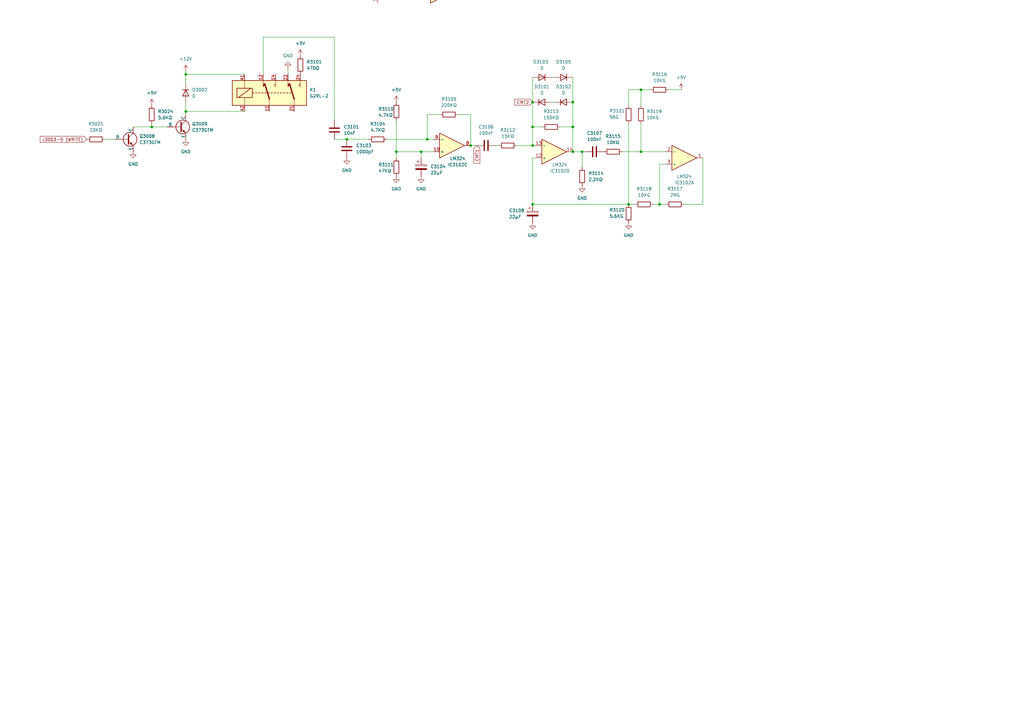
<source format=kicad_sch>
(kicad_sch (version 20250114) (generator "eeschema") (generator_version "9.0")
  (paper "A3")
  (title_block (date "14/FEB/2026") (rev "A") (company "Brett Hallen") (comment 4 "Redrawn from Service Manual"))
  (lib_symbols
    (symbol "Amplifier_Operational:LM324" (pin_names (offset 0.127))
      (property "Reference" "U" (at 0 5.08 0))
      (property "Value" "LM324" (at 0 -5.08 0))
      (symbol "LM324_1_1"
        (polyline (pts (xy -5.08 5.08) (xy 5.08 0) (xy -5.08 -5.08) (xy -5.08 5.08)) (stroke (width 0.254)) (fill (type background)))
        (pin input line (at -7.62 2.54 0) (length 2.54) (name "+") (number "3"))
        (pin input line (at -7.62 -2.54 0) (length 2.54) (name "-") (number "2"))
        (pin output line (at 7.62 0 180) (length 2.54) (name "~") (number "1"))
      )
      (symbol "LM324_2_1"
        (polyline (pts (xy -5.08 5.08) (xy 5.08 0) (xy -5.08 -5.08) (xy -5.08 5.08)) (stroke (width 0.254)) (fill (type background)))
        (pin input line (at -7.62 2.54 0) (length 2.54) (name "+") (number "5"))
        (pin input line (at -7.62 -2.54 0) (length 2.54) (name "-") (number "6"))
        (pin output line (at 7.62 0 180) (length 2.54) (name "~") (number "7"))
      )
      (symbol "LM324_3_1"
        (polyline (pts (xy -5.08 5.08) (xy 5.08 0) (xy -5.08 -5.08) (xy -5.08 5.08)) (stroke (width 0.254)) (fill (type background)))
        (pin input line (at -7.62 2.54 0) (length 2.54) (name "+") (number "10"))
        (pin input line (at -7.62 -2.54 0) (length 2.54) (name "-") (number "9"))
        (pin output line (at 7.62 0 180) (length 2.54) (name "~") (number "8"))
      )
      (symbol "LM324_4_1"
        (polyline (pts (xy -5.08 5.08) (xy 5.08 0) (xy -5.08 -5.08) (xy -5.08 5.08)) (stroke (width 0.254)) (fill (type background)))
        (pin input line (at -7.62 2.54 0) (length 2.54) (name "+") (number "12"))
        (pin input line (at -7.62 -2.54 0) (length 2.54) (name "-") (number "13"))
        (pin output line (at 7.62 0 180) (length 2.54) (name "~") (number "14"))
      )
      (symbol "LM324_5_1"
        (pin power_in line (at -2.54 7.62 270) (length 3.81) (name "V+") (number "4"))
        (pin power_in line (at -2.54 -7.62 90) (length 3.81) (name "V-") (number "11"))
      )
    )
    (symbol "Device:C" (pin_numbers (hide yes)) (pin_names (offset 0.254))
      (property "Reference" "C" (at 0.635 2.54 0))
      (property "Value" "C" (at 0.635 -2.54 0))
      (symbol "C_0_1"
        (polyline (pts (xy -2.032 0.762) (xy 2.032 0.762)) (stroke (width 0.508)))
        (polyline (pts (xy -2.032 -0.762) (xy 2.032 -0.762)) (stroke (width 0.508)))
      )
      (symbol "C_1_1"
        (pin passive line (at 0 3.81 270) (length 2.794) (name "~") (number "1"))
        (pin passive line (at 0 -3.81 90) (length 2.794) (name "~") (number "2"))
      )
    )
    (symbol "Device:C_Polarized" (pin_numbers (hide yes)) (pin_names (offset 0.254))
      (property "Reference" "C" (at 0.635 2.54 0))
      (property "Value" "C_Polarized" (at 0.635 -2.54 0))
      (symbol "C_Polarized_0_1"
        (rectangle (start -2.286 0.508) (end 2.286 1.016))
        (polyline (pts (xy -1.778 2.286) (xy -0.762 2.286)))
        (polyline (pts (xy -1.27 2.794) (xy -1.27 1.778)))
        (rectangle (start 2.286 -0.508) (end -2.286 -1.016) (fill (type outline)))
      )
      (symbol "C_Polarized_1_1"
        (pin passive line (at 0 3.81 270) (length 2.794) (name "~") (number "1"))
        (pin passive line (at 0 -3.81 90) (length 2.794) (name "~") (number "2"))
      )
    )
    (symbol "Device:D" (pin_numbers (hide yes)) (pin_names (offset 1.016) (hide yes))
      (property "Reference" "D" (at 0 2.54 0))
      (property "Value" "D" (at 0 -2.54 0))
      (symbol "D_0_1"
        (polyline (pts (xy -1.27 1.27) (xy -1.27 -1.27)) (stroke (width 0.254)))
        (polyline (pts (xy 1.27 1.27) (xy 1.27 -1.27) (xy -1.27 0) (xy 1.27 1.27)) (stroke (width 0.254)))
        (polyline (pts (xy 1.27 0) (xy -1.27 0)))
      )
      (symbol "D_1_1"
        (pin passive line (at -3.81 0 0) (length 2.54) (name "K") (number "1"))
        (pin passive line (at 3.81 0 180) (length 2.54) (name "A") (number "2"))
      )
    )
    (symbol "Device:R" (pin_numbers (hide yes)) (pin_names (offset 0))
      (property "Reference" "R" (at 2.032 0 90))
      (property "Value" "R" (at 0 0 90))
      (symbol "R_0_1"
        (rectangle (start -1.016 -2.54) (end 1.016 2.54) (stroke (width 0.254)))
      )
      (symbol "R_1_1"
        (pin passive line (at 0 3.81 270) (length 1.27) (name "~") (number "1"))
        (pin passive line (at 0 -3.81 90) (length 1.27) (name "~") (number "2"))
      )
    )
    (symbol "Relay:G2RL-2"
      (property "Reference" "K" (at 16.51 3.81 0))
      (property "Value" "G2RL-2" (at 16.51 1.27 0))
      (symbol "G2RL-2_0_1"
        (rectangle (start -15.24 5.08) (end 15.24 -5.08) (stroke (width 0.254)) (fill (type background)))
        (rectangle (start -13.335 1.905) (end -6.985 -1.905) (stroke (width 0.254)))
        (polyline (pts (xy -12.7 -1.905) (xy -7.62 1.905)) (stroke (width 0.254)))
        (polyline (pts (xy -10.16 5.08) (xy -10.16 1.905)))
        (polyline (pts (xy -10.16 -5.08) (xy -10.16 -1.905)))
        (polyline (pts (xy -6.985 0) (xy -6.35 0)) (stroke (width 0.254)))
        (polyline (pts (xy -5.715 0) (xy -5.08 0)) (stroke (width 0.254)))
        (polyline (pts (xy -4.445 0) (xy -3.81 0)) (stroke (width 0.254)))
        (polyline (pts (xy -3.175 0) (xy -2.54 0)) (stroke (width 0.254)))
        (polyline (pts (xy -2.54 5.08) (xy -2.54 2.54) (xy -1.905 3.175) (xy -2.54 3.81)) (fill (type outline)))
        (polyline (pts (xy -1.905 0) (xy -1.27 0)) (stroke (width 0.254)))
        (polyline (pts (xy -0.635 0) (xy 0 0)) (stroke (width 0.254)))
        (polyline (pts (xy 0 -2.54) (xy -1.905 3.81)) (stroke (width 0.508)))
        (polyline (pts (xy 0 -2.54) (xy 0 -5.08)))
        (polyline (pts (xy 0.635 0) (xy 1.27 0)) (stroke (width 0.254)))
        (polyline (pts (xy 1.905 0) (xy 2.54 0)) (stroke (width 0.254)))
        (polyline (pts (xy 2.54 5.08) (xy 2.54 2.54) (xy 1.905 3.175) (xy 2.54 3.81)))
        (polyline (pts (xy 3.175 0) (xy 3.81 0)) (stroke (width 0.254)))
        (polyline (pts (xy 4.445 0) (xy 5.08 0)) (stroke (width 0.254)))
        (polyline (pts (xy 5.715 0) (xy 6.35 0)) (stroke (width 0.254)))
        (polyline (pts (xy 6.985 0) (xy 7.62 0)) (stroke (width 0.254)))
        (polyline (pts (xy 7.62 5.08) (xy 7.62 2.54) (xy 8.255 3.175) (xy 7.62 3.81)) (fill (type outline)))
        (polyline (pts (xy 8.255 0) (xy 8.89 0)) (stroke (width 0.254)))
        (polyline (pts (xy 10.16 -2.54) (xy 8.255 3.81)) (stroke (width 0.508)))
        (polyline (pts (xy 10.16 -2.54) (xy 10.16 -5.08)))
        (polyline (pts (xy 12.7 5.08) (xy 12.7 2.54) (xy 12.065 3.175) (xy 12.7 3.81)))
      )
      (symbol "G2RL-2_1_1"
        (pin passive line (at -10.16 7.62 270) (length 2.54) (name "~") (number "A1"))
        (pin passive line (at -10.16 -7.62 90) (length 2.54) (name "~") (number "A2"))
        (pin passive line (at -2.54 7.62 270) (length 2.54) (name "~") (number "12"))
        (pin passive line (at 0 -7.62 90) (length 2.54) (name "~") (number "11"))
        (pin passive line (at 2.54 7.62 270) (length 2.54) (name "~") (number "14"))
        (pin passive line (at 7.62 7.62 270) (length 2.54) (name "~") (number "22"))
        (pin passive line (at 10.16 -7.62 90) (length 2.54) (name "~") (number "21"))
        (pin passive line (at 12.7 7.62 270) (length 2.54) (name "~") (number "24"))
      )
    )
    (symbol "Simulation_SPICE:NPN" (pin_numbers (hide yes)) (pin_names (offset 0))
      (property "Reference" "Q" (at -2.54 7.62 0))
      (property "Value" "NPN" (at -2.54 5.08 0))
      (symbol "NPN_0_1"
        (polyline (pts (xy -2.54 0) (xy 0.635 0)) (stroke (width 0.1524)))
        (polyline (pts (xy 0.635 1.905) (xy 0.635 -1.905) (xy 0.635 -1.905)) (stroke (width 0.508)))
        (polyline (pts (xy 0.635 0.635) (xy 2.54 2.54)))
        (polyline (pts (xy 0.635 -0.635) (xy 2.54 -2.54) (xy 2.54 -2.54)))
        (circle (center 1.27 0) (radius 2.8194) (stroke (width 0.254)))
        (polyline (pts (xy 1.27 -1.778) (xy 1.778 -1.27) (xy 2.286 -2.286) (xy 1.27 -1.778) (xy 1.27 -1.778)) (fill (type outline)))
        (polyline (pts (xy 2.794 -1.27) (xy 2.794 -1.27)) (stroke (width 0.1524)))
        (polyline (pts (xy 2.794 -1.27) (xy 2.794 -1.27)) (stroke (width 0.1524)))
      )
      (symbol "NPN_1_1"
        (pin input line (at -5.08 0 0) (length 2.54) (name "B") (number "2"))
        (pin open_collector line (at 2.54 5.08 270) (length 2.54) (name "C") (number "1"))
        (pin open_emitter line (at 2.54 -5.08 90) (length 2.54) (name "E") (number "3"))
      )
    )
    (symbol "power:+12V" (power) (pin_numbers (hide yes)) (pin_names (offset 0) (hide yes))
      (property "Value" "+12V" (at 0 3.556 0))
      (symbol "+12V_0_1"
        (polyline (pts (xy -0.762 1.27) (xy 0 2.54)))
        (polyline (pts (xy 0 2.54) (xy 0.762 1.27)))
        (polyline (pts (xy 0 0) (xy 0 2.54)))
      )
      (symbol "+12V_1_1"
        (pin power_in line (at 0 0 90) (length 0) (name "~") (number "1"))
      )
    )
    (symbol "power:+5V" (power) (pin_numbers (hide yes)) (pin_names (offset 0) (hide yes))
      (property "Value" "+5V" (at 0 3.556 0))
      (symbol "+5V_0_1"
        (polyline (pts (xy -0.762 1.27) (xy 0 2.54)))
        (polyline (pts (xy 0 2.54) (xy 0.762 1.27)))
        (polyline (pts (xy 0 0) (xy 0 2.54)))
      )
      (symbol "+5V_1_1"
        (pin power_in line (at 0 0 90) (length 0) (name "~") (number "1"))
      )
    )
    (symbol "power:GND" (power) (pin_numbers (hide yes)) (pin_names (offset 0) (hide yes))
      (property "Value" "GND" (at 0 -3.81 0))
      (symbol "GND_0_1"
        (polyline (pts (xy 0 0) (xy 0 -1.27) (xy 1.27 -1.27) (xy 0 -2.54) (xy -1.27 -1.27) (xy 0 -1.27)))
      )
      (symbol "GND_1_1"
        (pin power_in line (at 0 0 270) (length 0) (name "~") (number "1"))
      )
    )
  )
  (junction (at 234.95 41.91))
  (junction (at 193.04 59.69))
  (junction (at 76.2 45.72))
  (junction (at 62.23 52.07))
  (junction (at 76.2 30.48))
  (junction (at 234.95 62.23))
  (junction (at 218.44 41.91))
  (junction (at 218.44 52.07))
  (junction (at 175.26 57.15))
  (junction (at 262.89 62.23))
  (junction (at 218.44 83.82))
  (junction (at 257.81 83.82))
  (junction (at 262.89 36.83))
  (junction (at 238.76 62.23))
  (junction (at 218.44 59.69))
  (junction (at 142.24 57.15))
  (junction (at 172.72 62.23))
  (junction (at 270.51 83.82))
  (junction (at 162.56 62.23))
  (junction (at 234.95 52.07))
  (wire (pts (xy 270.51 83.82) (xy 270.51 67.31)))
  (wire (pts (xy 177.8 57.15) (xy 175.26 57.15)))
  (wire (pts (xy 257.81 43.18) (xy 257.81 36.83)))
  (wire (pts (xy 76.2 41.91) (xy 76.2 45.72)))
  (wire (pts (xy 288.29 64.77) (xy 288.29 83.82)))
  (wire (pts (xy 260.35 83.82) (xy 257.81 83.82)))
  (wire (pts (xy 273.05 62.23) (xy 262.89 62.23)))
  (wire (pts (xy 219.71 64.77) (xy 218.44 64.77)))
  (wire (pts (xy 279.4 36.83) (xy 274.32 36.83)))
  (wire (pts (xy 76.2 45.72) (xy 100.33 45.72)))
  (wire (pts (xy 175.26 46.99) (xy 175.26 57.15)))
  (wire (pts (xy 257.81 36.83) (xy 262.89 36.83)))
  (wire (pts (xy 234.95 52.07) (xy 234.95 62.23)))
  (wire (pts (xy 180.34 46.99) (xy 175.26 46.99)))
  (wire (pts (xy 219.71 59.69) (xy 218.44 59.69)))
  (wire (pts (xy 218.44 83.82) (xy 257.81 83.82)))
  (wire (pts (xy 238.76 62.23) (xy 240.03 62.23)))
  (wire (pts (xy 262.89 50.8) (xy 262.89 62.23)))
  (wire (pts (xy 76.2 30.48) (xy 76.2 34.29)))
  (wire (pts (xy 172.72 62.23) (xy 177.8 62.23)))
  (wire (pts (xy 218.44 52.07) (xy 218.44 59.69)))
  (wire (pts (xy 162.56 49.53) (xy 162.56 62.23)))
  (wire (pts (xy 218.44 31.75) (xy 218.44 41.91)))
  (wire (pts (xy 218.44 64.77) (xy 218.44 83.82)))
  (wire (pts (xy 172.72 64.77) (xy 172.72 62.23)))
  (wire (pts (xy 193.04 46.99) (xy 193.04 59.69)))
  (wire (pts (xy 107.95 15.24) (xy 107.95 30.48)))
  (wire (pts (xy 187.96 46.99) (xy 193.04 46.99)))
  (wire (pts (xy 280.67 83.82) (xy 288.29 83.82)))
  (wire (pts (xy 262.89 62.23) (xy 255.27 62.23)))
  (wire (pts (xy 234.95 31.75) (xy 234.95 41.91)))
  (wire (pts (xy 151.13 57.15) (xy 142.24 57.15)))
  (wire (pts (xy 234.95 62.23) (xy 238.76 62.23)))
  (wire (pts (xy 227.33 31.75) (xy 226.06 31.75)))
  (wire (pts (xy 218.44 41.91) (xy 218.44 52.07)))
  (wire (pts (xy 218.44 59.69) (xy 212.09 59.69)))
  (wire (pts (xy 227.33 41.91) (xy 226.06 41.91)))
  (wire (pts (xy 262.89 36.83) (xy 266.7 36.83)))
  (wire (pts (xy 137.16 49.53) (xy 137.16 15.24)))
  (wire (pts (xy 137.16 15.24) (xy 107.95 15.24)))
  (wire (pts (xy 238.76 68.58) (xy 238.76 62.23)))
  (wire (pts (xy 76.2 29.21) (xy 76.2 30.48)))
  (wire (pts (xy 257.81 50.8) (xy 257.81 83.82)))
  (wire (pts (xy 229.87 52.07) (xy 234.95 52.07)))
  (wire (pts (xy 118.11 27.94) (xy 118.11 30.48)))
  (wire (pts (xy 162.56 62.23) (xy 172.72 62.23)))
  (wire (pts (xy 175.26 57.15) (xy 158.75 57.15)))
  (wire (pts (xy 234.95 41.91) (xy 234.95 52.07)))
  (wire (pts (xy 204.47 59.69) (xy 203.2 59.69)))
  (wire (pts (xy 76.2 45.72) (xy 76.2 46.99)))
  (wire (pts (xy 62.23 52.07) (xy 62.23 50.8)))
  (wire (pts (xy 273.05 83.82) (xy 270.51 83.82)))
  (wire (pts (xy 262.89 36.83) (xy 262.89 43.18)))
  (wire (pts (xy 76.2 30.48) (xy 100.33 30.48)))
  (wire (pts (xy 267.97 83.82) (xy 270.51 83.82)))
  (wire (pts (xy 222.25 52.07) (xy 218.44 52.07)))
  (wire (pts (xy 43.18 57.15) (xy 46.99 57.15)))
  (wire (pts (xy 137.16 57.15) (xy 142.24 57.15)))
  (wire (pts (xy 270.51 67.31) (xy 273.05 67.31)))
  (wire (pts (xy 195.58 59.69) (xy 193.04 59.69)))
  (wire (pts (xy 162.56 62.23) (xy 162.56 64.77)))
  (wire (pts (xy 54.61 52.07) (xy 62.23 52.07)))
  (wire (pts (xy 62.23 52.07) (xy 68.58 52.07)))
  (global_label "J3003-5 (WRITE)" (shape input) (at 35.56 57.15 180) (property "Intersheetrefs" "${INTERSHEET_REFS}" (effects (hide yes))))
  (global_label "CMT2" (shape input) (at 218.44 41.91 180) (property "Intersheetrefs" "${INTERSHEET_REFS}" (effects (hide yes))))
  (global_label "CMT1" (shape input) (at 195.58 59.69 270) (property "Intersheetrefs" "${INTERSHEET_REFS}" (effects (hide yes))))
  (symbol (lib_id "Device:C_Polarized") (at 172.72 68.58 0) (unit 1)
    (property "Reference" "C3104" (at 176.53 68.326 0) (effects (justify left)))
    (property "Value" "22µF" (at 176.53 70.866 0) (effects (justify left)))
    (property "Description" "Polarized capacitor" (effects (hide yes)))
  )
  (symbol (lib_id "power:GND") (at 218.44 91.44 0) (unit 1)
    (property "Reference" "#PWR057" (effects (hide yes)))
    (property "Value" "GND" (at 218.44 96.52 0))
    (property "Description" "Power symbol creates a global label with name \"GND\" , ground" (effects (hide yes)))
  )
  (symbol (lib_id "Simulation_SPICE:NPN") (at 52.07 57.15 0) (unit 1)
    (property "Reference" "Q3008" (at 57.15 55.8799 0) (effects (justify left)))
    (property "Value" "C373GTM" (at 57.15 58.4199 0) (effects (justify left)))
    (property "Datasheet" "https://ngspice.sourceforge.io/docs/ngspice-html-manual/manual.xhtml#cha_BJTs" (effects (hide yes)))
    (property "Description" "Bipolar transistor symbol for simulation only, substrate tied to the emitter" (effects (hide yes)))
    (property "Sim.Device" "NPN" (effects (hide yes)))
    (property "Sim.Type" "GUMMELPOON" (effects (hide yes)))
    (property "Sim.Pins" "1=C 2=B 3=E" (effects (hide yes)))
  )
  (symbol (lib_id "power:+5V") (at 279.4 36.83 0) (unit 1)
    (property "Reference" "#PWR060" (effects (hide yes)))
    (property "Value" "+5V" (at 279.4 31.75 0))
    (property "Description" "Power symbol creates a global label with name \"+5V\"" (effects (hide yes)))
  )
  (symbol (lib_id "Device:R") (at 62.23 46.99 0) (unit 1)
    (property "Reference" "R3024" (at 64.77 45.7199 0) (effects (justify left)))
    (property "Value" "5.6KΩ" (at 64.77 48.2599 0) (effects (justify left)))
    (property "Description" "Resistor" (effects (hide yes)))
  )
  (symbol (lib_id "Device:D") (at 231.14 31.75 180) (unit 1)
    (property "Reference" "D3105" (at 231.14 25.4 0))
    (property "Value" "D" (at 231.14 27.94 0))
    (property "Description" "Diode" (effects (hide yes)))
    (property "Sim.Device" "D" (effects (hide yes)))
    (property "Sim.Pins" "1=K 2=A" (effects (hide yes)))
  )
  (symbol (lib_id "Device:C") (at 199.39 59.69 90) (unit 1)
    (property "Reference" "C3106" (at 199.39 52.07 90))
    (property "Value" "100nF" (at 199.39 54.61 90))
    (property "Description" "Unpolarized capacitor" (effects (hide yes)))
  )
  (symbol (lib_id "Device:R") (at 162.56 68.58 180) (unit 1)
    (property "Reference" "R3111" (at 155.194 67.564 0) (effects (justify right)))
    (property "Value" "47KΩ" (at 155.194 70.104 0) (effects (justify right)))
    (property "Description" "Resistor" (effects (hide yes)))
  )
  (symbol (lib_id "Device:R") (at 270.51 36.83 90) (unit 1)
    (property "Reference" "R3116" (at 270.51 30.48 90))
    (property "Value" "10KG" (at 270.51 33.02 90))
    (property "Description" "Resistor" (effects (hide yes)))
  )
  (symbol (lib_id "Device:C") (at 142.24 60.96 0) (unit 1)
    (property "Reference" "C3103" (at 146.05 59.6899 0) (effects (justify left)))
    (property "Value" "1000pF" (at 146.05 62.2299 0) (effects (justify left)))
    (property "Description" "Unpolarized capacitor" (effects (hide yes)))
  )
  (symbol (lib_id "Amplifier_Operational:LM324") (at 157.48 -6.35 0) (unit 5)
    (property "Reference" "IC3102" (at 156.21 -7.6201 0) (effects (justify left)))
    (property "Value" "LM324" (at 156.21 -5.0801 0) (effects (justify left)))
    (property "Datasheet" "http://www.ti.com/lit/ds/symlink/lm2902-n.pdf" (effects (hide yes)))
    (property "Description" "Low-Power, Quad-Operational Amplifiers, DIP-14/SOIC-14/SSOP-14" (effects (hide yes)))
  )
  (symbol (lib_id "power:GND") (at 54.61 62.23 0) (unit 1)
    (property "Reference" "#PWR049" (effects (hide yes)))
    (property "Value" "GND" (at 54.61 67.31 0))
    (property "Description" "Power symbol creates a global label with name \"GND\" , ground" (effects (hide yes)))
  )
  (symbol (lib_id "Device:C") (at 137.16 53.34 0) (unit 1)
    (property "Reference" "C3101" (at 140.97 52.0699 0) (effects (justify left)))
    (property "Value" "10nF" (at 140.97 54.6099 0) (effects (justify left)))
    (property "Description" "Unpolarized capacitor" (effects (hide yes)))
  )
  (symbol (lib_id "Device:R") (at 276.86 83.82 90) (unit 1)
    (property "Reference" "R3117" (at 276.86 77.47 90))
    (property "Value" "2MG" (at 276.86 80.01 90))
    (property "Description" "Resistor" (effects (hide yes)))
  )
  (symbol (lib_id "Device:D") (at 222.25 41.91 0) (unit 1)
    (property "Reference" "D3101" (at 222.25 35.56 0))
    (property "Value" "D" (at 222.25 38.1 0))
    (property "Description" "Diode" (effects (hide yes)))
    (property "Sim.Device" "D" (effects (hide yes)))
    (property "Sim.Pins" "1=K 2=A" (effects (hide yes)))
  )
  (symbol (lib_id "Device:R") (at 238.76 72.39 180) (unit 1)
    (property "Reference" "R3114" (at 241.3 71.1199 0) (effects (justify right)))
    (property "Value" "2.2KΩ" (at 241.3 73.6599 0) (effects (justify right)))
    (property "Description" "Resistor" (effects (hide yes)))
  )
  (symbol (lib_id "Device:R") (at 251.46 62.23 90) (unit 1)
    (property "Reference" "R3115" (at 251.46 55.88 90))
    (property "Value" "10KΩ" (at 251.46 58.42 90))
    (property "Description" "Resistor" (effects (hide yes)))
  )
  (symbol (lib_id "power:GND") (at 142.24 64.77 0) (unit 1)
    (property "Reference" "#PWR053" (effects (hide yes)))
    (property "Value" "GND" (at 142.24 69.85 0))
    (property "Description" "Power symbol creates a global label with name \"GND\" , ground" (effects (hide yes)))
  )
  (symbol (lib_id "power:+5V") (at 62.23 43.18 0) (unit 1)
    (property "Reference" "#PWR047" (effects (hide yes)))
    (property "Value" "+5V" (at 62.23 38.1 0))
    (property "Description" "Power symbol creates a global label with name \"+5V\"" (effects (hide yes)))
  )
  (symbol (lib_id "power:GND") (at 118.11 27.94 180) (unit 1)
    (property "Reference" "#PWR052" (effects (hide yes)))
    (property "Value" "GND" (at 118.11 22.86 0))
    (property "Description" "Power symbol creates a global label with name \"GND\" , ground" (effects (hide yes)))
  )
  (symbol (lib_id "Device:R") (at 208.28 59.69 90) (unit 1)
    (property "Reference" "R3112" (at 208.28 53.34 90))
    (property "Value" "15KΩ" (at 208.28 55.88 90))
    (property "Description" "Resistor" (effects (hide yes)))
  )
  (symbol (lib_id "Device:R") (at 39.37 57.15 90) (unit 1)
    (property "Reference" "R3021" (at 39.37 50.8 90))
    (property "Value" "10KΩ" (at 39.37 53.34 90))
    (property "Description" "Resistor" (effects (hide yes)))
  )
  (symbol (lib_id "Device:R") (at 226.06 52.07 90) (unit 1)
    (property "Reference" "R3113" (at 226.06 45.72 90))
    (property "Value" "150KΩ" (at 226.06 48.26 90))
    (property "Description" "Resistor" (effects (hide yes)))
  )
  (symbol (lib_id "Simulation_SPICE:NPN") (at 73.66 52.07 0) (unit 1)
    (property "Reference" "Q3009" (at 78.74 50.7999 0) (effects (justify left)))
    (property "Value" "C373GTM" (at 78.74 53.3399 0) (effects (justify left)))
    (property "Datasheet" "https://ngspice.sourceforge.io/docs/ngspice-html-manual/manual.xhtml#cha_BJTs" (effects (hide yes)))
    (property "Description" "Bipolar transistor symbol for simulation only, substrate tied to the emitter" (effects (hide yes)))
    (property "Sim.Device" "NPN" (effects (hide yes)))
    (property "Sim.Type" "GUMMELPOON" (effects (hide yes)))
    (property "Sim.Pins" "1=C 2=B 3=E" (effects (hide yes)))
  )
  (symbol (lib_id "Device:R") (at 162.56 45.72 180) (unit 1)
    (property "Reference" "R3110" (at 155.194 44.704 0) (effects (justify right)))
    (property "Value" "4.7KΩ" (at 155.194 47.244 0) (effects (justify right)))
    (property "Description" "Resistor" (effects (hide yes)))
  )
  (symbol (lib_id "power:+5V") (at 162.56 41.91 0) (unit 1)
    (property "Reference" "#PWR056" (effects (hide yes)))
    (property "Value" "+5V" (at 162.56 36.83 0))
    (property "Description" "Power symbol creates a global label with name \"+5V\"" (effects (hide yes)))
  )
  (symbol (lib_id "power:GND") (at 257.81 91.44 0) (unit 1)
    (property "Reference" "#PWR059" (effects (hide yes)))
    (property "Value" "GND" (at 257.81 96.52 0))
    (property "Description" "Power symbol creates a global label with name \"GND\" , ground" (effects (hide yes)))
  )
  (symbol (lib_id "Device:D") (at 231.14 41.91 0) (unit 1)
    (property "Reference" "D3102" (at 231.14 35.56 0))
    (property "Value" "D" (at 231.14 38.1 0))
    (property "Description" "Diode" (effects (hide yes)))
    (property "Sim.Device" "D" (effects (hide yes)))
    (property "Sim.Pins" "1=K 2=A" (effects (hide yes)))
  )
  (symbol (lib_id "Device:R") (at 257.81 46.99 180) (unit 1)
    (property "Reference" "R3121" (at 249.936 45.466 0) (effects (justify right)))
    (property "Value" "56G" (at 249.936 48.006 0) (effects (justify right)))
    (property "Description" "Resistor" (effects (hide yes)))
  )
  (symbol (lib_id "Device:R") (at 257.81 87.63 180) (unit 1)
    (property "Reference" "R3120" (at 249.936 86.106 0) (effects (justify right)))
    (property "Value" "5.6KG" (at 249.936 88.646 0) (effects (justify right)))
    (property "Description" "Resistor" (effects (hide yes)))
  )
  (symbol (lib_id "Device:R") (at 262.89 46.99 180) (unit 1)
    (property "Reference" "R3119" (at 265.176 45.72 0) (effects (justify right)))
    (property "Value" "10KG" (at 265.176 48.26 0) (effects (justify right)))
    (property "Description" "Resistor" (effects (hide yes)))
  )
  (symbol (lib_id "Amplifier_Operational:LM324") (at 185.42 59.69 0) (mirror x) (unit 3)
    (property "Reference" "IC3102" (at 187.706 67.564 0))
    (property "Value" "LM324" (at 187.706 65.024 0))
    (property "Datasheet" "http://www.ti.com/lit/ds/symlink/lm2902-n.pdf" (effects (hide yes)))
    (property "Description" "Low-Power, Quad-Operational Amplifiers, DIP-14/SOIC-14/SSOP-14" (effects (hide yes)))
  )
  (symbol (lib_id "Device:R") (at 264.16 83.82 90) (unit 1)
    (property "Reference" "R3118" (at 264.16 77.47 90))
    (property "Value" "10KG" (at 264.16 80.01 90))
    (property "Description" "Resistor" (effects (hide yes)))
  )
  (symbol (lib_id "power:+12V") (at 76.2 29.21 0) (unit 1)
    (property "Reference" "#PWR048" (effects (hide yes)))
    (property "Value" "+12V" (at 76.2 24.13 0))
    (property "Description" "Power symbol creates a global label with name \"+12V\"" (effects (hide yes)))
  )
  (symbol (lib_id "Amplifier_Operational:LM324") (at 280.67 64.77 0) (mirror x) (unit 1)
    (property "Reference" "IC3102" (at 280.67 74.93 0))
    (property "Value" "LM324" (at 280.67 72.39 0))
    (property "Datasheet" "http://www.ti.com/lit/ds/symlink/lm2902-n.pdf" (effects (hide yes)))
    (property "Description" "Low-Power, Quad-Operational Amplifiers, DIP-14/SOIC-14/SSOP-14" (effects (hide yes)))
  )
  (symbol (lib_id "Device:C") (at 243.84 62.23 90) (unit 1)
    (property "Reference" "C3107" (at 243.84 54.61 90))
    (property "Value" "100nF" (at 243.84 57.15 90))
    (property "Description" "Unpolarized capacitor" (effects (hide yes)))
  )
  (symbol (lib_id "Amplifier_Operational:LM324") (at 227.33 62.23 0) (mirror x) (unit 4)
    (property "Reference" "IC3102" (at 229.616 70.104 0))
    (property "Value" "LM324" (at 229.616 67.564 0))
    (property "Datasheet" "http://www.ti.com/lit/ds/symlink/lm2902-n.pdf" (effects (hide yes)))
    (property "Description" "Low-Power, Quad-Operational Amplifiers, DIP-14/SOIC-14/SSOP-14" (effects (hide yes)))
  )
  (symbol (lib_id "Device:R") (at 154.94 57.15 90) (unit 1)
    (property "Reference" "R3104" (at 154.94 50.8 90))
    (property "Value" "4.7KΩ" (at 154.94 53.34 90))
    (property "Description" "Resistor" (effects (hide yes)))
  )
  (symbol (lib_id "power:GND") (at 162.56 72.39 0) (unit 1)
    (property "Reference" "#PWR055" (effects (hide yes)))
    (property "Value" "GND" (at 162.56 77.47 0))
    (property "Description" "Power symbol creates a global label with name \"GND\" , ground" (effects (hide yes)))
  )
  (symbol (lib_id "Amplifier_Operational:LM324") (at 181.61 -3.81 0) (unit 2)
    (property "Reference" "IC3102" (at 181.61 -13.97 0))
    (property "Value" "LM324" (at 181.61 -11.43 0))
    (property "Datasheet" "http://www.ti.com/lit/ds/symlink/lm2902-n.pdf" (effects (hide yes)))
    (property "Description" "Low-Power, Quad-Operational Amplifiers, DIP-14/SOIC-14/SSOP-14" (effects (hide yes)))
  )
  (symbol (lib_id "Relay:G2RL-2") (at 110.49 38.1 0) (unit 1)
    (property "Reference" "K1" (at 127 36.8299 0) (effects (justify left)))
    (property "Value" "G2RL-2" (at 127 39.3699 0) (effects (justify left)))
    (property "Footprint" "Relay_THT:Relay_DPDT_Omron_G2RL-2" (effects (hide yes)))
    (property "Datasheet" "https://omronfs.omron.com/en_US/ecb/products/pdf/en-g2rl.pdf" (effects (hide yes)))
    (property "Description" "General Purpose Low Profile Relay DPDT Through Hole, Omron G2RL series, 8A 250VAC" (effects (hide yes)))
  )
  (symbol (lib_id "power:GND") (at 172.72 72.39 0) (unit 1)
    (property "Reference" "#PWR054" (effects (hide yes)))
    (property "Value" "GND" (at 172.72 77.47 0))
    (property "Description" "Power symbol creates a global label with name \"GND\" , ground" (effects (hide yes)))
  )
  (symbol (lib_id "power:GND") (at 76.2 57.15 0) (unit 1)
    (property "Reference" "#PWR050" (effects (hide yes)))
    (property "Value" "GND" (at 76.2 62.23 0))
    (property "Description" "Power symbol creates a global label with name \"GND\" , ground" (effects (hide yes)))
  )
  (symbol (lib_id "Device:C_Polarized") (at 218.44 87.63 0) (unit 1)
    (property "Reference" "C3108" (at 208.788 86.36 0) (effects (justify left)))
    (property "Value" "22µF" (at 208.788 88.9 0) (effects (justify left)))
    (property "Description" "Polarized capacitor" (effects (hide yes)))
  )
  (symbol (lib_id "power:+5V") (at 123.19 22.86 0) (unit 1)
    (property "Reference" "#PWR051" (effects (hide yes)))
    (property "Value" "+5V" (at 123.19 17.78 0))
    (property "Description" "Power symbol creates a global label with name \"+5V\"" (effects (hide yes)))
  )
  (symbol (lib_id "Device:R") (at 123.19 26.67 0) (unit 1)
    (property "Reference" "R3101" (at 125.73 25.3999 0) (effects (justify left)))
    (property "Value" "470Ω" (at 125.73 27.9399 0) (effects (justify left)))
    (property "Description" "Resistor" (effects (hide yes)))
  )
  (symbol (lib_id "Device:D") (at 222.25 31.75 180) (unit 1)
    (property "Reference" "D3103" (at 221.742 25.4 0))
    (property "Value" "D" (at 222.25 27.94 0))
    (property "Description" "Diode" (effects (hide yes)))
    (property "Sim.Device" "D" (effects (hide yes)))
    (property "Sim.Pins" "1=K 2=A" (effects (hide yes)))
  )
  (symbol (lib_id "Device:R") (at 184.15 46.99 90) (unit 1)
    (property "Reference" "R3105" (at 184.15 40.64 90))
    (property "Value" "220KΩ" (at 184.15 43.18 90))
    (property "Description" "Resistor" (effects (hide yes)))
  )
  (symbol (lib_id "power:GND") (at 238.76 76.2 0) (unit 1)
    (property "Reference" "#PWR058" (effects (hide yes)))
    (property "Value" "GND" (at 238.76 81.28 0))
    (property "Description" "Power symbol creates a global label with name \"GND\" , ground" (effects (hide yes)))
  )
  (symbol (lib_id "Device:D") (at 76.2 38.1 270) (unit 1)
    (property "Reference" "D3002" (at 78.74 36.8299 90) (effects (justify left)))
    (property "Value" "D" (at 78.74 39.3699 90) (effects (justify left)))
    (property "Description" "Diode" (effects (hide yes)))
    (property "Sim.Device" "D" (effects (hide yes)))
    (property "Sim.Pins" "1=K 2=A" (effects (hide yes)))
  )
)
</source>
